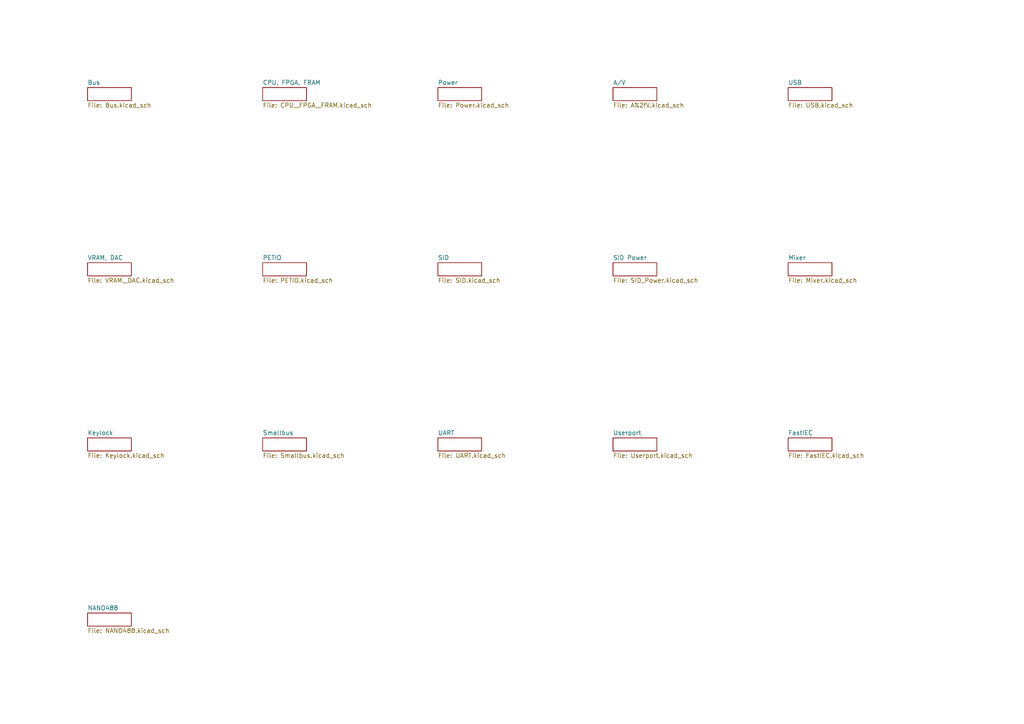
<source format=kicad_sch>
(kicad_sch (version 20230121) (generator eeschema)
  (paper "A4")
  (lib_symbols)
  (sheet (at 177.8 25.4) (size 12.7 3.81)
    (property "Sheetname" "A/V" (at 177.8 24.6884 0) (effects (justify left bottom)))
    (property "Sheetfile" "A%2fV.kicad_sch" (at 177.8 29.7946 0) (effects (justify left top)))
  )
  (sheet (at 25.4 25.4) (size 12.7 3.81)
    (property "Sheetname" "Bus" (at 25.4 24.6884 0) (effects (justify left bottom)))
    (property "Sheetfile" "Bus.kicad_sch" (at 25.4 29.7946 0) (effects (justify left top)))
  )
  (sheet (at 127 127) (size 12.7 3.81)
    (property "Sheetname" "UART" (at 127 126.2884 0) (effects (justify left bottom)))
    (property "Sheetfile" "UART.kicad_sch" (at 127 131.3946 0) (effects (justify left top)))
  )
  (sheet (at 76.2 127) (size 12.7 3.81)
    (property "Sheetname" "Smallbus" (at 76.2 126.2884 0) (effects (justify left bottom)))
    (property "Sheetfile" "Smallbus.kicad_sch" (at 76.2 131.3946 0) (effects (justify left top)))
  )
  (sheet (at 177.8 127) (size 12.7 3.81)
    (property "Sheetname" "Userport" (at 177.8 126.2884 0) (effects (justify left bottom)))
    (property "Sheetfile" "Userport.kicad_sch" (at 177.8 131.3946 0) (effects (justify left top)))
  )
  (sheet (at 76.2 76.2) (size 12.7 3.81)
    (property "Sheetname" "PETIO" (at 76.2 75.4884 0) (effects (justify left bottom)))
    (property "Sheetfile" "PETIO.kicad_sch" (at 76.2 80.5946 0) (effects (justify left top)))
  )
  (sheet (at 25.4 177.8) (size 12.7 3.81)
    (property "Sheetname" "NANO488" (at 25.4 177.0884 0) (effects (justify left bottom)))
    (property "Sheetfile" "NANO488.kicad_sch" (at 25.4 182.1946 0) (effects (justify left top)))
  )
  (sheet (at 177.8 76.2) (size 12.7 3.81)
    (property "Sheetname" "SID Power" (at 177.8 75.4884 0) (effects (justify left bottom)))
    (property "Sheetfile" "SID_Power.kicad_sch" (at 177.8 80.5946 0) (effects (justify left top)))
  )
  (sheet (at 76.2 25.4) (size 12.7 3.81)
    (property "Sheetname" "CPU, FPGA, FRAM" (at 76.2 24.6884 0) (effects (justify left bottom)))
    (property "Sheetfile" "CPU,_FPGA,_FRAM.kicad_sch" (at 76.2 29.7946 0) (effects (justify left top)))
  )
  (sheet (at 228.6 76.2) (size 12.7 3.81)
    (property "Sheetname" "Mixer" (at 228.6 75.4884 0) (effects (justify left bottom)))
    (property "Sheetfile" "Mixer.kicad_sch" (at 228.6 80.5946 0) (effects (justify left top)))
  )
  (sheet (at 228.6 25.4) (size 12.7 3.81)
    (property "Sheetname" "USB" (at 228.6 24.6884 0) (effects (justify left bottom)))
    (property "Sheetfile" "USB.kicad_sch" (at 228.6 29.7946 0) (effects (justify left top)))
  )
  (sheet (at 228.6 127) (size 12.7 3.81)
    (property "Sheetname" "FastIEC" (at 228.6 126.2884 0) (effects (justify left bottom)))
    (property "Sheetfile" "FastIEC.kicad_sch" (at 228.6 131.3946 0) (effects (justify left top)))
  )
  (sheet (at 25.4 127) (size 12.7 3.81)
    (property "Sheetname" "Keylock" (at 25.4 126.2884 0) (effects (justify left bottom)))
    (property "Sheetfile" "Keylock.kicad_sch" (at 25.4 131.3946 0) (effects (justify left top)))
  )
  (sheet (at 25.4 76.2) (size 12.7 3.81)
    (property "Sheetname" "VRAM, DAC" (at 25.4 75.4884 0) (effects (justify left bottom)))
    (property "Sheetfile" "VRAM,_DAC.kicad_sch" (at 25.4 80.5946 0) (effects (justify left top)))
  )
  (sheet (at 127 76.2) (size 12.7 3.81)
    (property "Sheetname" "SID" (at 127 75.4884 0) (effects (justify left bottom)))
    (property "Sheetfile" "SID.kicad_sch" (at 127 80.5946 0) (effects (justify left top)))
  )
  (sheet (at 127 25.4) (size 12.7 3.81)
    (property "Sheetname" "Power" (at 127 24.6884 0) (effects (justify left bottom)))
    (property "Sheetfile" "Power.kicad_sch" (at 127 29.7946 0) (effects (justify left top)))
  )
)
</source>
